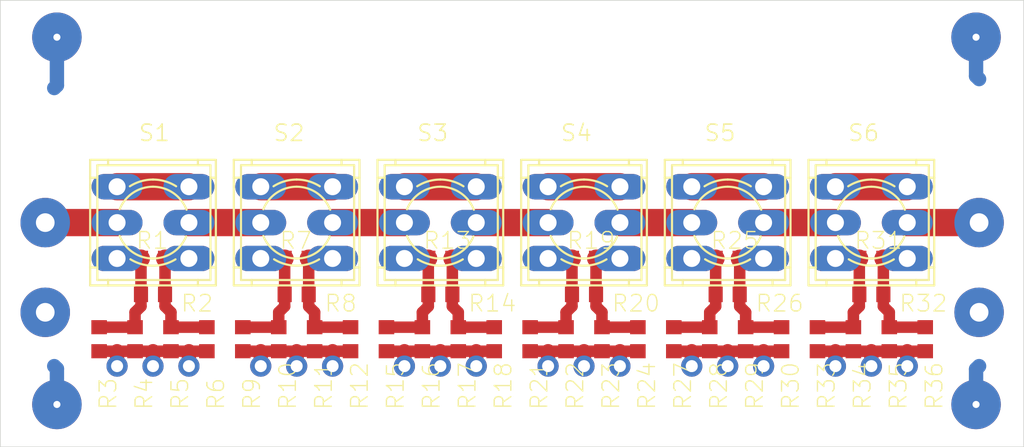
<source format=kicad_pcb>
(kicad_pcb (version 20211014) (generator pcbnew)
  (layers (0 "F.Cu" signal) (31 "B.Cu" signal) (34 "B.Paste" user) (35 "F.Paste" user) (36 "B.SilkS" user "B.Silkscreen") (37 "F.SilkS" user "F.Silkscreen") (38 "B.Mask" user) (39 "F.Mask" user) (44 "Edge.Cuts" user))
  (net 0 "")
  (net 1 "N$1")
  (net 2 "N$2")
  (net 3 "N$6")
  (net 4 "N$7")
  (net 5 "N$10")
  (net 6 "N$11")
  (net 7 "N$3")
  (net 8 "N$14")
  (net 9 "N$17")
  (net 10 "N$18")
  (net 11 "N$21")
  (net 12 "N$22")
  (net 13 "GND")
  (net 14 "N$4")
  (net 15 "N$5")
  (net 16 "N$8")
  (net 17 "N$9")
  (net 18 "N$12")
  (net 19 "N$13")
  (net 20 "N$15")
  (net 21 "N$16")
  (net 22 "N$19")
  (net 23 "N$20")
  (net 24 "N$23")
  (net 25 "N$24")
  (net 26 "N$25")
  (footprint "Attenuator:R0603" (layer "F.Cu") (at 139.6211 113.1886 90)
    (fp_text reference "R15" (at -5.08 0.635 90) (layer "F.SilkS") (effects (font (size 1.176528 1.176528) (thickness 0.093472)) (justify left)))
    (fp_text value "1470")
    (pad "1" smd rect (at -0.85 0 90) (size 1 1.1) (layers "F.Cu" "F.Paste" "F.Mask") (net 13 "GND"))
    (pad "2" smd rect (at 0.85 0 90) (size 1 1.1) (layers "F.Cu" "F.Paste" "F.Mask") (net 5 "N$10"))
  )
  (footprint "Attenuator:R0603" (layer "F.Cu") (at 163.7511 110.0136)
    (fp_text reference "R26" (at 1.905 0.635) (layer "F.SilkS") (effects (font (size 1.176528 1.176528) (thickness 0.093472)) (justify left)))
    (fp_text value "56.2")
    (pad "1" smd rect (at -0.85 0) (size 1 1.1) (layers "F.Cu" "F.Paste" "F.Mask") (net 9 "N$17"))
    (pad "2" smd rect (at 0.85 0) (size 1 1.1) (layers "F.Cu" "F.Paste" "F.Mask") (net 10 "N$18"))
  )
  (footprint "Attenuator:R0603" (layer "F.Cu") (at 126.9211 113.1886 90)
    (fp_text reference "R6" (at -5.08 0.635 90) (layer "F.SilkS") (effects (font (size 1.176528 1.176528) (thickness 0.093472)) (justify left)))
    (fp_text value "6810")
    (pad "1" smd rect (at -0.85 0 90) (size 1 1.1) (layers "F.Cu" "F.Paste" "F.Mask") (net 13 "GND"))
    (pad "2" smd rect (at 0.85 0 90) (size 1 1.1) (layers "F.Cu" "F.Paste" "F.Mask") (net 2 "N$2"))
  )
  (footprint "Attenuator:R0603" (layer "F.Cu") (at 172.6411 113.1886 90)
    (fp_text reference "R34" (at -5.08 0.635 90) (layer "F.SilkS") (effects (font (size 1.176528 1.176528) (thickness 0.093472)) (justify left)))
    (fp_text value "121")
    (pad "1" smd rect (at -0.85 0 90) (size 1 1.1) (layers "F.Cu" "F.Paste" "F.Mask") (net 13 "GND"))
    (pad "2" smd rect (at 0.85 0 90) (size 1 1.1) (layers "F.Cu" "F.Paste" "F.Mask") (net 11 "N$21"))
  )
  (footprint "Attenuator:R0603" (layer "F.Cu") (at 133.2711 110.0136)
    (fp_text reference "R8" (at 1.905 0.635) (layer "F.SilkS") (effects (font (size 1.176528 1.176528) (thickness 0.093472)) (justify left)))
    (fp_text value "12.1")
    (pad "1" smd rect (at -0.85 0) (size 1 1.1) (layers "F.Cu" "F.Paste" "F.Mask") (net 3 "N$6"))
    (pad "2" smd rect (at 0.85 0) (size 1 1.1) (layers "F.Cu" "F.Paste" "F.Mask") (net 4 "N$7"))
  )
  (footprint "Attenuator:R0603" (layer "F.Cu") (at 153.5911 110.0136)
    (fp_text reference "R20" (at 1.905 0.635) (layer "F.SilkS") (effects (font (size 1.176528 1.176528) (thickness 0.093472)) (justify left)))
    (fp_text value "56.2")
    (pad "1" smd rect (at -0.85 0) (size 1 1.1) (layers "F.Cu" "F.Paste" "F.Mask") (net 7 "N$3"))
    (pad "2" smd rect (at 0.85 0) (size 1 1.1) (layers "F.Cu" "F.Paste" "F.Mask") (net 8 "N$14"))
  )
  (footprint "Attenuator:SE13" (layer "F.Cu") (at 181.5311 104.9336)
    (fp_text reference "TP3" hide)
    (fp_text value "SE13")
    (pad "MP" thru_hole circle (at 0 0) (size 3.5 3.5) (drill 1.3208) (layers *.Cu *.Mask) (net 26 "N$25"))
  )
  (footprint "Attenuator:R0603" (layer "F.Cu") (at 165.0211 113.1886 90)
    (fp_text reference "R29" (at -5.08 0.635 90) (layer "F.SilkS") (effects (font (size 1.176528 1.176528) (thickness 0.093472)) (justify left)))
    (fp_text value "121")
    (pad "1" smd rect (at -0.85 0 90) (size 1 1.1) (layers "F.Cu" "F.Paste" "F.Mask") (net 13 "GND"))
    (pad "2" smd rect (at 0.85 0 90) (size 1 1.1) (layers "F.Cu" "F.Paste" "F.Mask") (net 10 "N$18"))
  )
  (footprint "Attenuator:R0603" (layer "F.Cu") (at 163.7511 107.4736)
    (fp_text reference "R25" (at -1.27 -1.27) (layer "F.SilkS") (effects (font (size 1.176528 1.176528) (thickness 0.093472)) (justify left)))
    (fp_text value "825")
    (pad "1" smd rect (at -0.85 0) (size 1 1.1) (layers "F.Cu" "F.Paste" "F.Mask") (net 9 "N$17"))
    (pad "2" smd rect (at 0.85 0) (size 1 1.1) (layers "F.Cu" "F.Paste" "F.Mask") (net 10 "N$18"))
  )
  (footprint "Attenuator:R0603" (layer "F.Cu") (at 134.5411 113.1886 90)
    (fp_text reference "R11" (at -5.08 0.635 90) (layer "F.SilkS") (effects (font (size 1.176528 1.176528) (thickness 0.093472)) (justify left)))
    (fp_text value "464")
    (pad "1" smd rect (at -0.85 0 90) (size 1 1.1) (layers "F.Cu" "F.Paste" "F.Mask") (net 13 "GND"))
    (pad "2" smd rect (at 0.85 0 90) (size 1 1.1) (layers "F.Cu" "F.Paste" "F.Mask") (net 4 "N$7"))
  )
  (footprint "Attenuator:SE13" (layer "F.Cu") (at 115.4911 111.2836)
    (fp_text reference "TP2" hide)
    (fp_text value "SE13")
    (pad "MP" thru_hole circle (at 0 0) (size 3.5 3.5) (drill 1.3208) (layers *.Cu *.Mask) (net 13 "GND"))
  )
  (footprint "Attenuator:R0603" (layer "F.Cu") (at 170.1011 113.1886 90)
    (fp_text reference "R33" (at -5.08 0.635 90) (layer "F.SilkS") (effects (font (size 1.176528 1.176528) (thickness 0.093472)) (justify left)))
    (fp_text value "3160")
    (pad "1" smd rect (at -0.85 0 90) (size 1 1.1) (layers "F.Cu" "F.Paste" "F.Mask") (net 13 "GND"))
    (pad "2" smd rect (at 0.85 0 90) (size 1 1.1) (layers "F.Cu" "F.Paste" "F.Mask") (net 11 "N$21"))
  )
  (footprint "Attenuator:9077-2" (layer "F.Cu") (at 153.5911 104.9336 90)
    (fp_text reference "S4" (at 6.35 0.635) (layer "F.SilkS") (effects (font (size 1.1557 1.1557) (thickness 0.1143)) (justify right)))
    (fp_text value "9077-2")
    (pad "1" thru_hole oval (at -2.54 -2.54 180) (size 3.6 1.8) (drill 1.2) (layers *.Cu *.Mask) (net 7 "N$3"))
    (pad "2" thru_hole oval (at 0 -2.54 180) (size 3.6 1.8) (drill 1.2) (layers *.Cu *.Mask) (net 24 "N$23"))
    (pad "3" thru_hole oval (at 2.54 -2.54 180) (size 3.6 1.8) (drill 1.2) (layers *.Cu *.Mask) (net 17 "N$9"))
    (pad "4" thru_hole oval (at -2.54 2.54 180) (size 3.6 1.8) (drill 1.2) (layers *.Cu *.Mask) (net 8 "N$14"))
    (pad "5" thru_hole oval (at 0 2.54 180) (size 3.6 1.8) (drill 1.2) (layers *.Cu *.Mask) (net 23 "N$20"))
    (pad "6" thru_hole oval (at 2.54 2.54 180) (size 3.6 1.8) (drill 1.2) (layers *.Cu *.Mask) (net 17 "N$9"))
  )
  (footprint "Attenuator:R0603" (layer "F.Cu") (at 123.1111 110.0136)
    (fp_text reference "R2" (at 1.905 0.635) (layer "F.SilkS") (effects (font (size 1.176528 1.176528) (thickness 0.093472)) (justify left)))
    (fp_text value "10")
    (pad "1" smd rect (at -0.85 0) (size 1 1.1) (layers "F.Cu" "F.Paste" "F.Mask") (net 1 "N$1"))
    (pad "2" smd rect (at 0.85 0) (size 1 1.1) (layers "F.Cu" "F.Paste" "F.Mask") (net 2 "N$2"))
  )
  (footprint "Attenuator:R0603" (layer "F.Cu") (at 129.4611 113.1886 90)
    (fp_text reference "R9" (at -5.08 0.635 90) (layer "F.SilkS") (effects (font (size 1.176528 1.176528) (thickness 0.093472)) (justify left)))
    (fp_text value "8250")
    (pad "1" smd rect (at -0.85 0 90) (size 1 1.1) (layers "F.Cu" "F.Paste" "F.Mask") (net 13 "GND"))
    (pad "2" smd rect (at 0.85 0 90) (size 1 1.1) (layers "F.Cu" "F.Paste" "F.Mask") (net 3 "N$6"))
  )
  (footprint "Attenuator:R0603" (layer "F.Cu") (at 143.4311 107.4736)
    (fp_text reference "R13" (at -1.27 -1.27) (layer "F.SilkS") (effects (font (size 1.176528 1.176528) (thickness 0.093472)) (justify left)))
    (fp_text value "261")
    (pad "1" smd rect (at -0.85 0) (size 1 1.1) (layers "F.Cu" "F.Paste" "F.Mask") (net 5 "N$10"))
    (pad "2" smd rect (at 0.85 0) (size 1 1.1) (layers "F.Cu" "F.Paste" "F.Mask") (net 6 "N$11"))
  )
  (footprint "Attenuator:R0603" (layer "F.Cu") (at 149.7811 113.1886 90)
    (fp_text reference "R21" (at -5.08 0.635 90) (layer "F.SilkS") (effects (font (size 1.176528 1.176528) (thickness 0.093472)) (justify left)))
    (fp_text value "3160")
    (pad "1" smd rect (at -0.85 0 90) (size 1 1.1) (layers "F.Cu" "F.Paste" "F.Mask") (net 13 "GND"))
    (pad "2" smd rect (at 0.85 0 90) (size 1 1.1) (layers "F.Cu" "F.Paste" "F.Mask") (net 7 "N$3"))
  )
  (footprint "Attenuator:9077-2" (layer "F.Cu") (at 133.2711 104.9336 90)
    (fp_text reference "S2" (at 6.35 0.635) (layer "F.SilkS") (effects (font (size 1.1557 1.1557) (thickness 0.1143)) (justify right)))
    (fp_text value "9077-2")
    (pad "1" thru_hole oval (at -2.54 -2.54 180) (size 3.6 1.8) (drill 1.2) (layers *.Cu *.Mask) (net 3 "N$6"))
    (pad "2" thru_hole oval (at 0 -2.54 180) (size 3.6 1.8) (drill 1.2) (layers *.Cu *.Mask) (net 20 "N$15"))
    (pad "3" thru_hole oval (at 2.54 -2.54 180) (size 3.6 1.8) (drill 1.2) (layers *.Cu *.Mask) (net 15 "N$5"))
    (pad "4" thru_hole oval (at -2.54 2.54 180) (size 3.6 1.8) (drill 1.2) (layers *.Cu *.Mask) (net 4 "N$7"))
    (pad "5" thru_hole oval (at 0 2.54 180) (size 3.6 1.8) (drill 1.2) (layers *.Cu *.Mask) (net 21 "N$16"))
    (pad "6" thru_hole oval (at 2.54 2.54 180) (size 3.6 1.8) (drill 1.2) (layers *.Cu *.Mask) (net 15 "N$5"))
  )
  (footprint "Attenuator:9077-2" (layer "F.Cu") (at 143.4311 104.9336 90)
    (fp_text reference "S3" (at 6.35 0.635) (layer "F.SilkS") (effects (font (size 1.1557 1.1557) (thickness 0.1143)) (justify right)))
    (fp_text value "9077-2")
    (pad "1" thru_hole oval (at -2.54 -2.54 180) (size 3.6 1.8) (drill 1.2) (layers *.Cu *.Mask) (net 5 "N$10"))
    (pad "2" thru_hole oval (at 0 -2.54 180) (size 3.6 1.8) (drill 1.2) (layers *.Cu *.Mask) (net 21 "N$16"))
    (pad "3" thru_hole oval (at 2.54 -2.54 180) (size 3.6 1.8) (drill 1.2) (layers *.Cu *.Mask) (net 16 "N$8"))
    (pad "4" thru_hole oval (at -2.54 2.54 180) (size 3.6 1.8) (drill 1.2) (layers *.Cu *.Mask) (net 6 "N$11"))
    (pad "5" thru_hole oval (at 0 2.54 180) (size 3.6 1.8) (drill 1.2) (layers *.Cu *.Mask) (net 24 "N$23"))
    (pad "6" thru_hole oval (at 2.54 2.54 180) (size 3.6 1.8) (drill 1.2) (layers *.Cu *.Mask) (net 16 "N$8"))
  )
  (footprint "Attenuator:R0603" (layer "F.Cu") (at 121.8411 113.1886 90)
    (fp_text reference "R4" (at -5.08 0.635 90) (layer "F.SilkS") (effects (font (size 1.176528 1.176528) (thickness 0.093472)) (justify left)))
    (fp_text value "1000")
    (pad "1" smd rect (at -0.85 0 90) (size 1 1.1) (layers "F.Cu" "F.Paste" "F.Mask") (net 13 "GND"))
    (pad "2" smd rect (at 0.85 0 90) (size 1 1.1) (layers "F.Cu" "F.Paste" "F.Mask") (net 1 "N$1"))
  )
  (footprint "Attenuator:R0603" (layer "F.Cu") (at 132.0011 113.1886 90)
    (fp_text reference "R10" (at -5.08 0.635 90) (layer "F.SilkS") (effects (font (size 1.176528 1.176528) (thickness 0.093472)) (justify left)))
    (fp_text value "464")
    (pad "1" smd rect (at -0.85 0 90) (size 1 1.1) (layers "F.Cu" "F.Paste" "F.Mask") (net 13 "GND"))
    (pad "2" smd rect (at 0.85 0 90) (size 1 1.1) (layers "F.Cu" "F.Paste" "F.Mask") (net 3 "N$6"))
  )
  (footprint "Attenuator:R0603" (layer "F.Cu") (at 153.5911 107.4736)
    (fp_text reference "R19" (at -1.27 -1.27) (layer "F.SilkS") (effects (font (size 1.176528 1.176528) (thickness 0.093472)) (justify left)))
    (fp_text value "825")
    (pad "1" smd rect (at -0.85 0) (size 1 1.1) (layers "F.Cu" "F.Paste" "F.Mask") (net 7 "N$3"))
    (pad "2" smd rect (at 0.85 0) (size 1 1.1) (layers "F.Cu" "F.Paste" "F.Mask") (net 8 "N$14"))
  )
  (footprint "Attenuator:R0603" (layer "F.Cu") (at 157.4011 113.1886 90)
    (fp_text reference "R24" (at -5.08 0.635 90) (layer "F.SilkS") (effects (font (size 1.176528 1.176528) (thickness 0.093472)) (justify left)))
    (fp_text value "3160")
    (pad "1" smd rect (at -0.85 0 90) (size 1 1.1) (layers "F.Cu" "F.Paste" "F.Mask") (net 13 "GND"))
    (pad "2" smd rect (at 0.85 0 90) (size 1 1.1) (layers "F.Cu" "F.Paste" "F.Mask") (net 8 "N$14"))
  )
  (footprint "Attenuator:R0603" (layer "F.Cu") (at 154.8611 113.1886 90)
    (fp_text reference "R23" (at -5.08 0.635 90) (layer "F.SilkS") (effects (font (size 1.176528 1.176528) (thickness 0.093472)) (justify left)))
    (fp_text value "121")
    (pad "1" smd rect (at -0.85 0 90) (size 1 1.1) (layers "F.Cu" "F.Paste" "F.Mask") (net 13 "GND"))
    (pad "2" smd rect (at 0.85 0 90) (size 1 1.1) (layers "F.Cu" "F.Paste" "F.Mask") (net 8 "N$14"))
  )
  (footprint "Attenuator:9077-2" (layer "F.Cu") (at 163.7511 104.9336 90)
    (fp_text reference "S5" (at 6.35 0.635) (layer "F.SilkS") (effects (font (size 1.1557 1.1557) (thickness 0.1143)) (justify right)))
    (fp_text value "9077-2")
    (pad "1" thru_hole oval (at -2.54 -2.54 180) (size 3.6 1.8) (drill 1.2) (layers *.Cu *.Mask) (net 9 "N$17"))
    (pad "2" thru_hole oval (at 0 -2.54 180) (size 3.6 1.8) (drill 1.2) (layers *.Cu *.Mask) (net 23 "N$20"))
    (pad "3" thru_hole oval (at 2.54 -2.54 180) (size 3.6 1.8) (drill 1.2) (layers *.Cu *.Mask) (net 18 "N$12"))
    (pad "4" thru_hole oval (at -2.54 2.54 180) (size 3.6 1.8) (drill 1.2) (layers *.Cu *.Mask) (net 10 "N$18"))
    (pad "5" thru_hole oval (at 0 2.54 180) (size 3.6 1.8) (drill 1.2) (layers *.Cu *.Mask) (net 22 "N$19"))
    (pad "6" thru_hole oval (at 2.54 2.54 180) (size 3.6 1.8) (drill 1.2) (layers *.Cu *.Mask) (net 18 "N$12"))
  )
  (footprint "Attenuator:R0603" (layer "F.Cu") (at 177.7211 113.1886 90)
    (fp_text reference "R36" (at -5.08 0.635 90) (layer "F.SilkS") (effects (font (size 1.176528 1.176528) (thickness 0.093472)) (justify left)))
    (fp_text value "3160")
    (pad "1" smd rect (at -0.85 0 90) (size 1 1.1) (layers "F.Cu" "F.Paste" "F.Mask") (net 13 "GND"))
    (pad "2" smd rect (at 0.85 0 90) (size 1 1.1) (layers "F.Cu" "F.Paste" "F.Mask") (net 12 "N$22"))
  )
  (footprint "Attenuator:R0603" (layer "F.Cu") (at 152.3211 113.1886 90)
    (fp_text reference "R22" (at -5.08 0.635 90) (layer "F.SilkS") (effects (font (size 1.176528 1.176528) (thickness 0.093472)) (justify left)))
    (fp_text value "121")
    (pad "1" smd rect (at -0.85 0 90) (size 1 1.1) (layers "F.Cu" "F.Paste" "F.Mask") (net 13 "GND"))
    (pad "2" smd rect (at 0.85 0 90) (size 1 1.1) (layers "F.Cu" "F.Paste" "F.Mask") (net 7 "N$3"))
  )
  (footprint "Attenuator:R0603" (layer "F.Cu") (at 173.9111 110.0136)
    (fp_text reference "R32" (at 1.905 0.635) (layer "F.SilkS") (effects (font (size 1.176528 1.176528) (thickness 0.093472)) (justify left)))
    (fp_text value "56.2")
    (pad "1" smd rect (at -0.85 0) (size 1 1.1) (layers "F.Cu" "F.Paste" "F.Mask") (net 11 "N$21"))
    (pad "2" smd rect (at 0.85 0) (size 1 1.1) (layers "F.Cu" "F.Paste" "F.Mask") (net 12 "N$22"))
  )
  (footprint "Attenuator:R0603" (layer "F.Cu") (at 143.4311 110.0136)
    (fp_text reference "R14" (at 1.905 0.635) (layer "F.SilkS") (effects (font (size 1.176528 1.176528) (thickness 0.093472)) (justify left)))
    (fp_text value "26.1")
    (pad "1" smd rect (at -0.85 0) (size 1 1.1) (layers "F.Cu" "F.Paste" "F.Mask") (net 5 "N$10"))
    (pad "2" smd rect (at 0.85 0) (size 1 1.1) (layers "F.Cu" "F.Paste" "F.Mask") (net 6 "N$11"))
  )
  (footprint "Attenuator:R0603" (layer "F.Cu") (at 137.0811 113.1886 90)
    (fp_text reference "R12" (at -5.08 0.635 90) (layer "F.SilkS") (effects (font (size 1.176528 1.176528) (thickness 0.093472)) (justify left)))
    (fp_text value "8250")
    (pad "1" smd rect (at -0.85 0 90) (size 1 1.1) (layers "F.Cu" "F.Paste" "F.Mask") (net 13 "GND"))
    (pad "2" smd rect (at 0.85 0 90) (size 1 1.1) (layers "F.Cu" "F.Paste" "F.Mask") (net 4 "N$7"))
  )
  (footprint "Attenuator:R0603" (layer "F.Cu") (at 123.1111 107.4736)
    (fp_text reference "R1" (at -1.27 -1.27) (layer "F.SilkS") (effects (font (size 1.176528 1.176528) (thickness 0.093472)) (justify left)))
    (fp_text value "13.7")
    (pad "1" smd rect (at -0.85 0) (size 1 1.1) (layers "F.Cu" "F.Paste" "F.Mask") (net 1 "N$1"))
    (pad "2" smd rect (at 0.85 0) (size 1 1.1) (layers "F.Cu" "F.Paste" "F.Mask") (net 2 "N$2"))
  )
  (footprint "Attenuator:R0603" (layer "F.Cu") (at 142.1611 113.1886 90)
    (fp_text reference "R16" (at -5.08 0.635 90) (layer "F.SilkS") (effects (font (size 1.176528 1.176528) (thickness 0.093472)) (justify left)))
    (fp_text value "261")
    (pad "1" smd rect (at -0.85 0 90) (size 1 1.1) (layers "F.Cu" "F.Paste" "F.Mask") (net 13 "GND"))
    (pad "2" smd rect (at 0.85 0 90) (size 1 1.1) (layers "F.Cu" "F.Paste" "F.Mask") (net 5 "N$10"))
  )
  (footprint "Attenuator:SE13" (layer "F.Cu") (at 115.4911 104.9336)
    (fp_text reference "TP1" hide)
    (fp_text value "SE13")
    (pad "MP" thru_hole circle (at 0 0) (size 3.5 3.5) (drill 1.3208) (layers *.Cu *.Mask) (net 25 "N$24"))
  )
  (footprint "Attenuator:R0603" (layer "F.Cu") (at 144.7011 113.1886 90)
    (fp_text reference "R17" (at -5.08 0.635 90) (layer "F.SilkS") (effects (font (size 1.176528 1.176528) (thickness 0.093472)) (justify left)))
    (fp_text value "261")
    (pad "1" smd rect (at -0.85 0 90) (size 1 1.1) (layers "F.Cu" "F.Paste" "F.Mask") (net 13 "GND"))
    (pad "2" smd rect (at 0.85 0 90) (size 1 1.1) (layers "F.Cu" "F.Paste" "F.Mask") (net 6 "N$11"))
  )
  (footprint "Attenuator:9077-2" (layer "F.Cu") (at 173.9111 104.9336 90)
    (fp_text reference "S6" (at 6.35 0.635) (layer "F.SilkS") (effects (font (size 1.1557 1.1557) (thickness 0.1143)) (justify right)))
    (fp_text value "9077-2")
    (pad "1" thru_hole oval (at -2.54 -2.54 180) (size 3.6 1.8) (drill 1.2) (layers *.Cu *.Mask) (net 11 "N$21"))
    (pad "2" thru_hole oval (at 0 -2.54 180) (size 3.6 1.8) (drill 1.2) (layers *.Cu *.Mask) (net 22 "N$19"))
    (pad "3" thru_hole oval (at 2.54 -2.54 180) (size 3.6 1.8) (drill 1.2) (layers *.Cu *.Mask) (net 19 "N$13"))
    (pad "4" thru_hole oval (at -2.54 2.54 180) (size 3.6 1.8) (drill 1.2) (layers *.Cu *.Mask) (net 12 "N$22"))
    (pad "5" thru_hole oval (at 0 2.54 180) (size 3.6 1.8) (drill 1.2) (layers *.Cu *.Mask) (net 26 "N$25"))
    (pad "6" thru_hole oval (at 2.54 2.54 180) (size 3.6 1.8) (drill 1.2) (layers *.Cu *.Mask) (net 19 "N$13"))
  )
  (footprint "Attenuator:9077-2" (layer "F.Cu") (at 123.1111 104.9336 90)
    (fp_text reference "S1" (at 6.35 1.27) (layer "F.SilkS") (effects (font (size 1.1557 1.1557) (thickness 0.1143)) (justify right)))
    (fp_text value "9077-2")
    (pad "1" thru_hole oval (at -2.54 -2.54 180) (size 3.6 1.8) (drill 1.2) (layers *.Cu *.Mask) (net 1 "N$1"))
    (pad "2" thru_hole oval (at 0 -2.54 180) (size 3.6 1.8) (drill 1.2) (layers *.Cu *.Mask) (net 25 "N$24"))
    (pad "3" thru_hole oval (at 2.54 -2.54 180) (size 3.6 1.8) (drill 1.2) (layers *.Cu *.Mask) (net 14 "N$4"))
    (pad "4" thru_hole oval (at -2.54 2.54 180) (size 3.6 1.8) (drill 1.2) (layers *.Cu *.Mask) (net 2 "N$2"))
    (pad "5" thru_hole oval (at 0 2.54 180) (size 3.6 1.8) (drill 1.2) (layers *.Cu *.Mask) (net 20 "N$15"))
    (pad "6" thru_hole oval (at 2.54 2.54 180) (size 3.6 1.8) (drill 1.2) (layers *.Cu *.Mask) (net 14 "N$4"))
  )
  (footprint "Attenuator:R0603" (layer "F.Cu") (at 175.1811 113.1886 90)
    (fp_text reference "R35" (at -5.08 0.635 90) (layer "F.SilkS") (effects (font (size 1.176528 1.176528) (thickness 0.093472)) (justify left)))
    (fp_text value "121")
    (pad "1" smd rect (at -0.85 0 90) (size 1 1.1) (layers "F.Cu" "F.Paste" "F.Mask") (net 13 "GND"))
    (pad "2" smd rect (at 0.85 0 90) (size 1 1.1) (layers "F.Cu" "F.Paste" "F.Mask") (net 12 "N$22"))
  )
  (footprint "Attenuator:R0603" (layer "F.Cu") (at 119.3011 113.1886 90)
    (fp_text reference "R3" (at -5.08 0.635 90) (layer "F.SilkS") (effects (font (size 1.176528 1.176528) (thickness 0.093472)) (justify left)))
    (fp_text value "6810")
    (pad "1" smd rect (at -0.85 0 90) (size 1 1.1) (layers "F.Cu" "F.Paste" "F.Mask") (net 13 "GND"))
    (pad "2" smd rect (at 0.85 0 90) (size 1 1.1) (layers "F.Cu" "F.Paste" "F.Mask") (net 1 "N$1"))
  )
  (footprint "Attenuator:R0603" (layer "F.Cu") (at 167.5611 113.1886 90)
    (fp_text reference "R30" (at -5.08 0.635 90) (layer "F.SilkS") (effects (font (size 1.176528 1.176528) (thickness 0.093472)) (justify left)))
    (fp_text value "3160")
    (pad "1" smd rect (at -0.85 0 90) (size 1 1.1) (layers "F.Cu" "F.Paste" "F.Mask") (net 13 "GND"))
    (pad "2" smd rect (at 0.85 0 90) (size 1 1.1) (layers "F.Cu" "F.Paste" "F.Mask") (net 10 "N$18"))
  )
  (footprint "Attenuator:R0603" (layer "F.Cu") (at 147.2411 113.1886 90)
    (fp_text reference "R18" (at -5.08 0.635 90) (layer "F.SilkS") (effects (font (size 1.176528 1.176528) (thickness 0.093472)) (justify left)))
    (fp_text value "1470")
    (pad "1" smd rect (at -0.85 0 90) (size 1 1.1) (layers "F.Cu" "F.Paste" "F.Mask") (net 13 "GND"))
    (pad "2" smd rect (at 0.85 0 90) (size 1 1.1) (layers "F.Cu" "F.Paste" "F.Mask") (net 6 "N$11"))
  )
  (footprint "Attenuator:R0603" (layer "F.Cu") (at 159.9411 113.1886 90)
    (fp_text reference "R27" (at -5.08 0.635 90) (layer "F.SilkS") (effects (font (size 1.176528 1.176528) (thickness 0.093472)) (justify left)))
    (fp_text value "3160")
    (pad "1" smd rect (at -0.85 0 90) (size 1 1.1) (layers "F.Cu" "F.Paste" "F.Mask") (net 13 "GND"))
    (pad "2" smd rect (at 0.85 0 90) (size 1 1.1) (layers "F.Cu" "F.Paste" "F.Mask") (net 9 "N$17"))
  )
  (footprint "Attenuator:R0603" (layer "F.Cu") (at 133.2711 107.4736)
    (fp_text reference "R7" (at -1.27 -1.27) (layer "F.SilkS") (effects (font (size 1.176528 1.176528) (thickness 0.093472)) (justify left)))
    (fp_text value "316")
    (pad "1" smd rect (at -0.85 0) (size 1 1.1) (layers "F.Cu" "F.Paste" "F.Mask") (net 3 "N$6"))
    (pad "2" smd rect (at 0.85 0) (size 1 1.1) (layers "F.Cu" "F.Paste" "F.Mask") (net 4 "N$7"))
  )
  (footprint "Attenuator:SE13" (layer "F.Cu") (at 181.5311 111.2836)
    (fp_text reference "TP4" hide)
    (fp_text value "SE13")
    (pad "MP" thru_hole circle (at 0 0) (size 3.5 3.5) (drill 1.3208) (layers *.Cu *.Mask) (net 13 "GND"))
  )
  (footprint "Attenuator:R0603" (layer "F.Cu") (at 173.9111 107.4736)
    (fp_text reference "R31" (at -1.27 -1.27) (layer "F.SilkS") (effects (font (size 1.176528 1.176528) (thickness 0.093472)) (justify left)))
    (fp_text value "825")
    (pad "1" smd rect (at -0.85 0) (size 1 1.1) (layers "F.Cu" "F.Paste" "F.Mask") (net 11 "N$21"))
    (pad "2" smd rect (at 0.85 0) (size 1 1.1) (layers "F.Cu" "F.Paste" "F.Mask") (net 12 "N$22"))
  )
  (footprint "Attenuator:R0603" (layer "F.Cu") (at 124.3811 113.1886 90)
    (fp_text reference "R5" (at -5.08 0.635 90) (layer "F.SilkS") (effects (font (size 1.176528 1.176528) (thickness 0.093472)) (justify left)))
    (fp_text value "1000")
    (pad "1" smd rect (at -0.85 0 90) (size 1 1.1) (layers "F.Cu" "F.Paste" "F.Mask") (net 13 "GND"))
    (pad "2" smd rect (at 0.85 0 90) (size 1 1.1) (layers "F.Cu" "F.Paste" "F.Mask") (net 2 "N$2"))
  )
  (footprint "Attenuator:R0603" (layer "F.Cu") (at 162.4811 113.1886 90)
    (fp_text reference "R28" (at -5.08 0.635 90) (layer "F.SilkS") (effects (font (size 1.176528 1.176528) (thickness 0.093472)) (justify left)))
    (fp_text value "121")
    (pad "1" smd rect (at -0.85 0 90) (size 1 1.1) (layers "F.Cu" "F.Paste" "F.Mask") (net 13 "GND"))
    (pad "2" smd rect (at 0.85 0 90) (size 1 1.1) (layers "F.Cu" "F.Paste" "F.Mask") (net 9 "N$17"))
  )
  (gr_line (start 184.6861 89.1986) (end 112.3161 89.1986) (layer "Edge.Cuts") (width 0.05))
  (gr_line (start 112.3161 89.1986) (end 112.3161 120.8086) (layer "Edge.Cuts") (width 0.05))
  (gr_line (start 112.3161 120.8086) (end 184.6861 120.8086) (layer "Edge.Cuts") (width 0.05))
  (gr_line (start 184.6861 120.8086) (end 184.6861 89.1986) (layer "Edge.Cuts") (width 0.05))
  (segment (start 122.2611 110.8636) (end 121.8411 111.2836) (width 0.8128) (layer "F.Cu") (net 1))
  (segment (start 121.8411 111.2836) (end 121.8411 112.3386) (width 0.8128) (layer "F.Cu") (net 1))
  (segment (start 122.2611 107.4736) (end 120.5711 107.4736) (width 1.27) (layer "F.Cu") (net 1))
  (segment (start 122.2611 110.0136) (end 122.2611 110.8636) (width 0.8128) (layer "F.Cu") (net 1))
  (segment (start 122.2611 107.4736) (end 122.2611 110.0136) (width 0.8128) (layer "F.Cu") (net 1))
  (segment (start 121.8411 112.3386) (end 119.3011 112.3386) (width 0.8128) (layer "F.Cu") (net 1))
  (segment (start 123.9611 107.4736) (end 123.9611 110.0136) (width 0.8128) (layer "F.Cu") (net 2))
  (segment (start 124.3811 111.2836) (end 124.3811 112.3386) (width 0.8128) (layer "F.Cu") (net 2))
  (segment (start 123.9611 110.8636) (end 124.3811 111.2836) (width 0.8128) (layer "F.Cu") (net 2))
  (segment (start 123.9611 107.4736) (end 125.6511 107.4736) (width 1.27) (layer "F.Cu") (net 2))
  (segment (start 123.9611 110.0136) (end 123.9611 110.8636) (width 0.8128) (layer "F.Cu") (net 2))
  (segment (start 124.3811 112.3386) (end 126.9211 112.3386) (width 0.8128) (layer "F.Cu") (net 2))
  (segment (start 132.4211 110.0136) (end 132.4211 110.8636) (width 0.8128) (layer "F.Cu") (net 3))
  (segment (start 130.7311 107.4736) (end 132.4211 107.4736) (width 1.27) (layer "F.Cu") (net 3))
  (segment (start 132.4211 110.8636) (end 132.0011 111.2836) (width 0.8128) (layer "F.Cu") (net 3))
  (segment (start 132.0011 112.3386) (end 129.4611 112.3386) (width 0.8128) (layer "F.Cu") (net 3))
  (segment (start 132.0011 111.2836) (end 132.0011 112.3386) (width 0.8128) (layer "F.Cu") (net 3))
  (segment (start 132.4211 107.4736) (end 132.4211 110.0136) (width 0.8128) (layer "F.Cu") (net 3))
  (segment (start 134.1211 110.0136) (end 134.1211 110.8636) (width 0.8128) (layer "F.Cu") (net 4))
  (segment (start 134.5411 112.3386) (end 137.0811 112.3386) (width 0.8128) (layer "F.Cu") (net 4))
  (segment (start 134.5411 111.2836) (end 134.5411 112.3386) (width 0.8128) (layer "F.Cu") (net 4))
  (segment (start 134.1211 107.4736) (end 134.1211 110.0136) (width 0.8128) (layer "F.Cu") (net 4))
  (segment (start 134.1211 107.4736) (end 135.8111 107.4736) (width 1.27) (layer "F.Cu") (net 4))
  (segment (start 134.1211 110.8636) (end 134.5411 111.2836) (width 0.8128) (layer "F.Cu") (net 4))
  (segment (start 142.5811 110.0136) (end 142.5811 110.8636) (width 0.8128) (layer "F.Cu") (net 5))
  (segment (start 142.5811 107.4736) (end 142.5811 110.0136) (width 0.8128) (layer "F.Cu") (net 5))
  (segment (start 140.8911 107.4736) (end 142.5811 107.4736) (width 1.27) (layer "F.Cu") (net 5))
  (segment (start 142.1611 112.3386) (end 139.6211 112.3386) (width 0.8128) (layer "F.Cu") (net 5))
  (segment (start 142.1611 111.2836) (end 142.1611 112.3386) (width 0.8128) (layer "F.Cu") (net 5))
  (segment (start 142.5811 110.8636) (end 142.1611 111.2836) (width 0.8128) (layer "F.Cu") (net 5))
  (segment (start 144.2811 107.4736) (end 144.2811 110.0136) (width 0.8128) (layer "F.Cu") (net 6))
  (segment (start 144.7011 111.2836) (end 144.7011 112.3386) (width 0.8128) (layer "F.Cu") (net 6))
  (segment (start 144.2811 110.0136) (end 144.2811 110.8636) (width 0.8128) (layer "F.Cu") (net 6))
  (segment (start 144.7011 112.3386) (end 147.2411 112.3386) (width 0.8128) (layer "F.Cu") (net 6))
  (segment (start 144.2811 110.8636) (end 144.7011 111.2836) (width 0.8128) (layer "F.Cu") (net 6))
  (segment (start 145.9711 107.4736) (end 144.2811 107.4736) (width 1.27) (layer "F.Cu") (net 6))
  (segment (start 152.3211 111.2836) (end 152.3211 112.3386) (width 0.8128) (layer "F.Cu") (net 7))
  (segment (start 152.7411 107.4736) (end 152.7411 110.0136) (width 0.8128) (layer "F.Cu") (net 7))
  (segment (start 152.7411 110.8636) (end 152.3211 111.2836) (width 0.8128) (layer "F.Cu") (net 7))
  (segment (start 151.0511 107.4736) (end 152.7411 107.4736) (width 1.27) (layer "F.Cu") (net 7))
  (segment (start 152.7411 110.0136) (end 152.7411 110.8636) (width 0.8128) (layer "F.Cu") (net 7))
  (segment (start 152.3211 112.3386) (end 149.7811 112.3386) (width 0.8128) (layer "F.Cu") (net 7))
  (segment (start 154.4411 110.8636) (end 154.8611 111.2836) (width 0.8128) (layer "F.Cu") (net 8))
  (segment (start 154.8611 112.3386) (end 157.4011 112.3386) (width 0.8128) (layer "F.Cu") (net 8))
  (segment (start 154.4411 110.0136) (end 154.4411 110.8636) (width 0.8128) (layer "F.Cu") (net 8))
  (segment (start 154.8611 111.2836) (end 154.8611 112.3386) (width 0.8128) (layer "F.Cu") (net 8))
  (segment (start 156.1311 107.4736) (end 154.4411 107.4736) (width 1.27) (layer "F.Cu") (net 8))
  (segment (start 154.4411 107.4736) (end 154.4411 110.0136) (width 0.8128) (layer "F.Cu") (net 8))
  (segment (start 162.9011 110.8636) (end 162.4811 111.2836) (width 0.8128) (layer "F.Cu") (net 9))
  (segment (start 162.9011 110.0136) (end 162.9011 110.8636) (width 0.8128) (layer "F.Cu") (net 9))
  (segment (start 161.2111 107.4736) (end 162.9011 107.4736) (width 1.27) (layer "F.Cu") (net 9))
  (segment (start 162.4811 112.3386) (end 159.9411 112.3386) (width 0.8128) (layer "F.Cu") (net 9))
  (segment (start 162.9011 107.4736) (end 162.9011 110.0136) (width 0.8128) (layer "F.Cu") (net 9))
  (segment (start 162.4811 111.2836) (end 162.4811 112.3386) (width 0.8128) (layer "F.Cu") (net 9))
  (segment (start 166.2911 107.4736) (end 164.6011 107.4736) (width 1.27) (layer "F.Cu") (net 10))
  (segment (start 165.0211 112.3386) (end 167.5611 112.3386) (width 0.8128) (layer "F.Cu") (net 10))
  (segment (start 164.6011 110.8636) (end 165.0211 111.2836) (width 0.8128) (layer "F.Cu") (net 10))
  (segment (start 164.6011 110.0136) (end 164.6011 110.8636) (width 0.8128) (layer "F.Cu") (net 10))
  (segment (start 164.6011 107.4736) (end 164.6011 110.0136) (width 0.8128) (layer "F.Cu") (net 10))
  (segment (start 165.0211 111.2836) (end 165.0211 112.3386) (width 0.8128) (layer "F.Cu") (net 10))
  (segment (start 171.3711 107.4736) (end 173.0611 107.4736) (width 1.27) (layer "F.Cu") (net 11))
  (segment (start 173.0611 107.4736) (end 173.0611 110.0136) (width 0.8128) (layer "F.Cu") (net 11))
  (segment (start 173.0611 110.0136) (end 173.0611 110.8636) (width 0.8128) (layer "F.Cu") (net 11))
  (segment (start 172.6411 112.3386) (end 170.1011 112.3386) (width 0.8128) (layer "F.Cu") (net 11))
  (segment (start 172.6411 111.2836) (end 172.6411 112.3386) (width 0.8128) (layer "F.Cu") (net 11))
  (segment (start 173.0611 110.8636) (end 172.6411 111.2836) (width 0.8128) (layer "F.Cu") (net 11))
  (segment (start 176.4511 107.4736) (end 174.7611 107.4736) (width 1.27) (layer "F.Cu") (net 12))
  (segment (start 174.7611 107.4736) (end 174.7611 110.0136) (width 0.8128) (layer "F.Cu") (net 12))
  (segment (start 174.7611 110.8636) (end 175.1811 111.2836) (width 0.8128) (layer "F.Cu") (net 12))
  (segment (start 175.1811 112.3386) (end 177.7211 112.3386) (width 0.8128) (layer "F.Cu") (net 12))
  (segment (start 175.1811 111.2836) (end 175.1811 112.3386) (width 0.8128) (layer "F.Cu") (net 12))
  (segment (start 174.7611 110.0136) (end 174.7611 110.8636) (width 0.8128) (layer "F.Cu") (net 12))
  (segment (start 171.3711 115.0936) (end 171.3711 114.0386) (width 1.016) (layer "F.Cu") (net 13))
  (segment (start 140.8911 114.0386) (end 142.1611 114.0386) (width 0.8128) (layer "F.Cu") (net 13))
  (segment (start 119.3011 114.0386) (end 120.5711 114.0386) (width 0.8128) (layer "F.Cu") (net 13))
  (segment (start 123.1111 115.0936) (end 123.1111 114.0386) (width 1.016) (layer "F.Cu") (net 13))
  (segment (start 125.6511 114.0386) (end 126.9211 114.0386) (width 0.8128) (layer "F.Cu") (net 13))
  (segment (start 145.9711 115.0936) (end 145.9711 114.0386) (width 1.016) (layer "F.Cu") (net 13))
  (segment (start 143.4311 114.0386) (end 144.7011 114.0386) (width 0.8128) (layer "F.Cu") (net 13))
  (segment (start 173.9111 115.0936) (end 173.9111 114.0386) (width 1.016) (layer "F.Cu") (net 13))
  (segment (start 153.5911 114.0386) (end 154.8611 114.0386) (width 0.8128) (layer "F.Cu") (net 13))
  (segment (start 163.7511 115.0936) (end 163.7511 114.0386) (width 1.016) (layer "F.Cu") (net 13))
  (segment (start 142.1611 114.0386) (end 143.4311 114.0386) (width 0.8128) (layer "F.Cu") (net 13))
  (segment (start 153.5911 115.0936) (end 153.5911 114.0386) (width 1.016) (layer "F.Cu") (net 13))
  (segment (start 154.8611 114.0386) (end 156.1311 114.0386) (width 0.8128) (layer "F.Cu") (net 13))
  (segment (start 125.6511 115.0936) (end 125.6511 114.0386) (width 1.016) (layer "F.Cu") (net 13))
  (segment (start 152.3211 114.0386) (end 153.5911 114.0386) (width 0.8128) (layer "F.Cu") (net 13))
  (segment (start 173.9111 114.0386) (end 175.1811 114.0386) (width 0.8128) (layer "F.Cu") (net 13))
  (segment (start 161.2111 114.0386) (end 162.4811 114.0386) (width 0.8128) (layer "F.Cu") (net 13))
  (segment (start 166.2911 114.0386) (end 167.5611 114.0386) (width 0.8128) (layer "F.Cu") (net 13))
  (segment (start 121.8411 114.0386) (end 123.1111 114.0386) (width 0.8128) (layer "F.Cu") (net 13))
  (segment (start 149.7811 114.0386) (end 151.0511 114.0386) (width 0.8128) (layer "F.Cu") (net 13))
  (segment (start 163.7511 114.0386) (end 165.0211 114.0386) (width 0.8128) (layer "F.Cu") (net 13))
  (segment (start 176.4511 114.0386) (end 177.7211 114.0386) (width 0.8128) (layer "F.Cu") (net 13))
  (segment (start 129.4611 114.0386) (end 130.7311 114.0386) (width 0.8128) (layer "F.Cu") (net 13))
  (segment (start 135.8111 114.0386) (end 137.0811 114.0386) (width 0.8128) (layer "F.Cu") (net 13))
  (segment (start 175.1811 114.0386) (end 176.4511 114.0386) (width 0.8128) (layer "F.Cu") (net 13))
  (segment (start 161.2111 115.0936) (end 161.2111 114.0386) (width 1.016) (layer "F.Cu") (net 13))
  (segment (start 133.2711 114.0386) (end 134.5411 114.0386) (width 0.8128) (layer "F.Cu") (net 13))
  (segment (start 162.4811 114.0386) (end 163.7511 114.0386) (width 0.8128) (layer "F.Cu") (net 13))
  (segment (start 166.2911 115.0936) (end 166.2911 114.0386) (width 1.016) (layer "F.Cu") (net 13))
  (segment (start 135.8111 115.0936) (end 135.8111 114.0386) (width 1.016) (layer "F.Cu") (net 13))
  (segment (start 156.1311 114.0386) (end 157.4011 114.0386) (width 0.8128) (layer "F.Cu") (net 13))
  (segment (start 151.0511 115.0936) (end 151.0511 114.0386) (width 1.016) (layer "F.Cu") (net 13))
  (segment (start 130.7311 114.0386) (end 132.0011 114.0386) (width 0.8128) (layer "F.Cu") (net 13))
  (segment (start 134.5411 114.0386) (end 135.8111 114.0386) (width 0.8128) (layer "F.Cu") (net 13))
  (segment (start 176.4511 115.0936) (end 176.4511 114.0386) (width 1.016) (layer "F.Cu") (net 13))
  (segment (start 144.7011 114.0386) (end 145.9711 114.0386) (width 0.8128) (layer "F.Cu") (net 13))
  (segment (start 140.8911 115.0936) (end 140.8911 114.0386) (width 1.016) (layer "F.Cu") (net 13))
  (segment (start 159.9411 114.0386) (end 161.2111 114.0386) (width 0.8128) (layer "F.Cu") (net 13))
  (segment (start 123.1111 114.0386) (end 124.3811 114.0386) (width 0.8128) (layer "F.Cu") (net 13))
  (segment (start 165.0211 114.0386) (end 166.2911 114.0386) (width 0.8128) (layer "F.Cu") (net 13))
  (segment (start 124.3811 114.0386) (end 125.6511 114.0386) (width 0.8128) (layer "F.Cu") (net 13))
  (segment (start 170.1011 114.0386) (end 171.3711 114.0386) (width 0.8128) (layer "F.Cu") (net 13))
  (segment (start 145.9711 114.0386) (end 147.2411 114.0386) (width 0.8128) (layer "F.Cu") (net 13))
  (segment (start 130.7311 115.0936) (end 130.7311 114.0386) (width 1.016) (layer "F.Cu") (net 13))
  (segment (start 120.5711 115.0936) (end 120.5711 114.0386) (width 1.016) (layer "F.Cu") (net 13))
  (segment (start 151.0511 114.0386) (end 152.3211 114.0386) (width 0.8128) (layer "F.Cu") (net 13))
  (segment (start 143.4311 115.0936) (end 143.4311 114.0386) (width 1.016) (layer "F.Cu") (net 13))
  (segment (start 156.1311 115.0936) (end 156.1311 114.0386) (width 1.016) (layer "F.Cu") (net 13))
  (segment (start 139.6211 114.0386) (end 140.8911 114.0386) (width 0.8128) (layer "F.Cu") (net 13))
  (segment (start 120.5711 114.0386) (end 121.8411 114.0386) (width 0.8128) (layer "F.Cu") (net 13))
  (segment (start 132.0011 114.0386) (end 133.2711 114.0386) (width 0.8128) (layer "F.Cu") (net 13))
  (segment (start 171.3711 114.0386) (end 172.6411 114.0386) (width 0.8128) (layer "F.Cu") (net 13))
  (segment (start 172.6411 114.0386) (end 173.9111 114.0386) (width 0.8128) (layer "F.Cu") (net 13))
  (segment (start 133.2711 115.0936) (end 133.2711 114.0386) (width 1.016) (layer "F.Cu") (net 13))
  (via (at 166.2911 115.0936) (size 1.5) (drill 0.85) (layers "F.Cu" "B.Cu") (net 13))
  (via (at 123.1111 115.0936) (size 1.5) (drill 0.85) (layers "F.Cu" "B.Cu") (net 13))
  (via (at 163.7511 115.0936) (size 1.5) (drill 0.85) (layers "F.Cu" "B.Cu") (net 13))
  (via (at 153.5911 115.0936) (size 1.5) (drill 0.85) (layers "F.Cu" "B.Cu") (net 13))
  (via (at 130.7311 115.0936) (size 1.5) (drill 0.85) (layers "F.Cu" "B.Cu") (net 13))
  (via (at 120.5711 115.0936) (size 1.5) (drill 0.85) (layers "F.Cu" "B.Cu") (net 13))
  (via (at 140.8911 115.0936) (size 1.5) (drill 0.85) (layers "F.Cu" "B.Cu") (net 13))
  (via (at 125.6511 115.0936) (size 1.5) (drill 0.85) (layers "F.Cu" "B.Cu") (net 13))
  (via (at 171.3711 115.0936) (size 1.5) (drill 0.85) (layers "F.Cu" "B.Cu") (net 13))
  (via (at 135.8111 115.0936) (size 1.5) (drill 0.85) (layers "F.Cu" "B.Cu") (net 13))
  (via (at 173.9111 115.0936) (size 1.5) (drill 0.85) (layers "F.Cu" "B.Cu") (net 13))
  (via (at 133.2711 115.0936) (size 1.5) (drill 0.85) (layers "F.Cu" "B.Cu") (net 13))
  (via (at 161.2111 115.0936) (size 1.5) (drill 0.85) (layers "F.Cu" "B.Cu") (net 13))
  (via (at 116.3161 91.8086) (size 3.5) (drill 0.5) (layers "F.Cu" "B.Cu") (net 13))
  (via (at 116.3161 117.8086) (size 3.5) (drill 0.5) (layers "F.Cu" "B.Cu") (net 13))
  (via (at 151.0511 115.0936) (size 1.5) (drill 0.85) (layers "F.Cu" "B.Cu") (net 13))
  (via (at 145.9711 115.0936) (size 1.5) (drill 0.85) (layers "F.Cu" "B.Cu") (net 13))
  (via (at 176.4511 115.0936) (size 1.5) (drill 0.85) (layers "F.Cu" "B.Cu") (net 13))
  (via (at 181.3161 91.8086) (size 3.5) (drill 0.5) (layers "F.Cu" "B.Cu") (net 13))
  (via (at 143.4311 115.0936) (size 1.5) (drill 0.85) (layers "F.Cu" "B.Cu") (net 13))
  (via (at 181.3161 117.8086) (size 3.5) (drill 0.5) (layers "F.Cu" "B.Cu") (net 13))
  (via (at 156.1311 115.0936) (size 1.5) (drill 0.85) (layers "F.Cu" "B.Cu") (net 13))
  (segment (start 181.3161 94.5586) (end 181.5311 94.7736) (width 1.016) (layer "B.Cu") (net 13))
  (segment (start 181.3161 115.3086) (end 181.5311 115.0936) (width 1.016) (layer "B.Cu") (net 13))
  (segment (start 116.3161 91.8086) (end 116.3161 95.2186) (width 1.016) (layer "B.Cu") (net 13))
  (segment (start 116.3161 117.8086) (end 116.3161 115.2836) (width 1.016) (layer "B.Cu") (net 13))
  (segment (start 181.3161 117.8086) (end 181.3161 115.3086) (width 1.016) (layer "B.Cu") (net 13))
  (segment (start 116.3161 115.2836) (end 116.1261 115.0936) (width 1.016) (layer "B.Cu") (net 13))
  (segment (start 116.3161 95.2186) (end 116.1261 95.4086) (width 1.016) (layer "B.Cu") (net 13))
  (segment (start 181.3161 91.8086) (end 181.3161 94.5586) (width 1.016) (layer "B.Cu") (net 13))
  (segment (start 120.5711 102.3936) (end 125.6511 102.3936) (width 1.9304) (layer "F.Cu") (net 14))
  (segment (start 130.7311 102.3936) (end 135.8111 102.3936) (width 1.9304) (layer "F.Cu") (net 15))
  (segment (start 145.9711 102.3936) (end 140.8911 102.3936) (width 1.9304) (layer "F.Cu") (net 16))
  (segment (start 151.0511 102.3936) (end 156.1311 102.3936) (width 1.9304) (layer "F.Cu") (net 17))
  (segment (start 161.2111 102.3936) (end 166.2911 102.3936) (width 1.9304) (layer "F.Cu") (net 18))
  (segment (start 171.3711 102.3936) (end 176.4511 102.3936) (width 1.9304) (layer "F.Cu") (net 19))
  (segment (start 125.6511 104.9336) (end 130.7311 104.9336) (width 1.9304) (layer "F.Cu") (net 20))
  (segment (start 135.8111 104.9336) (end 140.8911 104.9336) (width 1.9304) (layer "F.Cu") (net 21))
  (segment (start 166.2911 104.9336) (end 171.3711 104.9336) (width 1.9304) (layer "F.Cu") (net 22))
  (segment (start 156.1311 104.9336) (end 161.2111 104.9336) (width 1.9304) (layer "F.Cu") (net 23))
  (segment (start 145.9711 104.9336) (end 151.0511 104.9336) (width 1.9304) (layer "F.Cu") (net 24))
  (segment (start 115.4911 104.9336) (end 120.5711 104.9336) (width 1.9304) (layer "F.Cu") (net 25))
  (segment (start 181.5311 104.9336) (end 176.4511 104.9336) (width 1.9304) (layer "F.Cu") (net 26))
)
</source>
